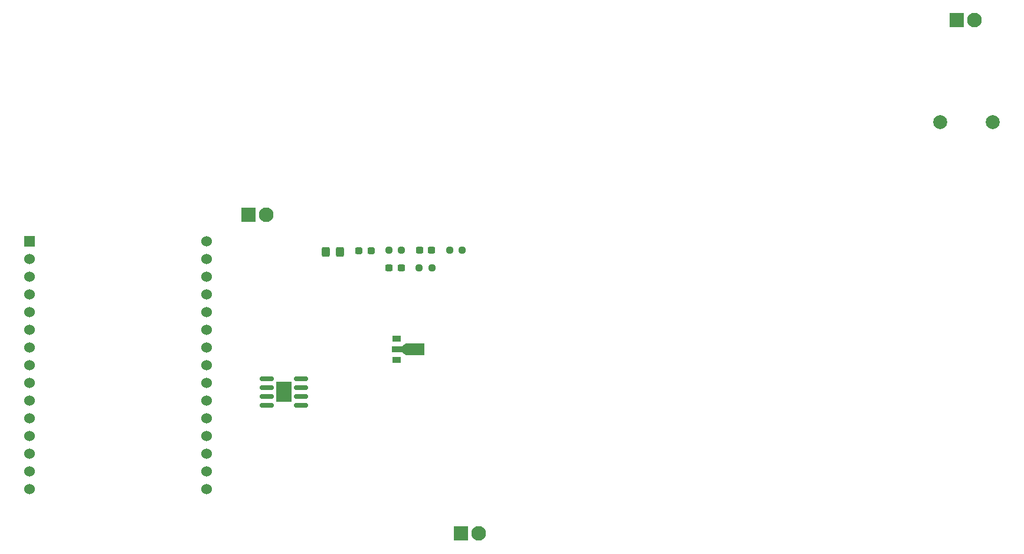
<source format=gbr>
%TF.GenerationSoftware,KiCad,Pcbnew,(6.0.11)*%
%TF.CreationDate,2023-03-07T15:10:14+01:00*%
%TF.ProjectId,ultrasonic speaker,756c7472-6173-46f6-9e69-632073706561,rev?*%
%TF.SameCoordinates,Original*%
%TF.FileFunction,Soldermask,Top*%
%TF.FilePolarity,Negative*%
%FSLAX46Y46*%
G04 Gerber Fmt 4.6, Leading zero omitted, Abs format (unit mm)*
G04 Created by KiCad (PCBNEW (6.0.11)) date 2023-03-07 15:10:14*
%MOMM*%
%LPD*%
G01*
G04 APERTURE LIST*
G04 Aperture macros list*
%AMRoundRect*
0 Rectangle with rounded corners*
0 $1 Rounding radius*
0 $2 $3 $4 $5 $6 $7 $8 $9 X,Y pos of 4 corners*
0 Add a 4 corners polygon primitive as box body*
4,1,4,$2,$3,$4,$5,$6,$7,$8,$9,$2,$3,0*
0 Add four circle primitives for the rounded corners*
1,1,$1+$1,$2,$3*
1,1,$1+$1,$4,$5*
1,1,$1+$1,$6,$7*
1,1,$1+$1,$8,$9*
0 Add four rect primitives between the rounded corners*
20,1,$1+$1,$2,$3,$4,$5,0*
20,1,$1+$1,$4,$5,$6,$7,0*
20,1,$1+$1,$6,$7,$8,$9,0*
20,1,$1+$1,$8,$9,$2,$3,0*%
%AMFreePoly0*
4,1,10,3.862500,-0.866500,1.250843,-0.866500,1.250861,-0.861585,0.725074,-0.450000,-0.737500,-0.450000,-0.737500,0.450000,0.725074,0.450000,1.257139,0.866500,3.862500,0.866500,3.862500,-0.866500,3.862500,-0.866500,$1*%
G04 Aperture macros list end*
%ADD10RoundRect,0.150000X-0.825000X-0.150000X0.825000X-0.150000X0.825000X0.150000X-0.825000X0.150000X0*%
%ADD11R,2.290000X3.000000*%
%ADD12C,2.000000*%
%ADD13R,2.100000X2.100000*%
%ADD14C,2.100000*%
%ADD15R,1.300000X0.900000*%
%ADD16FreePoly0,0.000000*%
%ADD17R,1.524000X1.524000*%
%ADD18C,1.524000*%
%ADD19RoundRect,0.237500X-0.250000X-0.237500X0.250000X-0.237500X0.250000X0.237500X-0.250000X0.237500X0*%
%ADD20RoundRect,0.250000X-0.325000X-0.450000X0.325000X-0.450000X0.325000X0.450000X-0.325000X0.450000X0*%
%ADD21RoundRect,0.237500X-0.287500X-0.237500X0.287500X-0.237500X0.287500X0.237500X-0.287500X0.237500X0*%
%ADD22RoundRect,0.237500X-0.300000X-0.237500X0.300000X-0.237500X0.300000X0.237500X-0.300000X0.237500X0*%
G04 APERTURE END LIST*
D10*
%TO.C,U2*%
X147385000Y-81915000D03*
X147385000Y-83185000D03*
D11*
X149860000Y-83820000D03*
D10*
X147385000Y-84455000D03*
X147385000Y-85725000D03*
X152335000Y-85725000D03*
X152335000Y-84455000D03*
X152335000Y-83185000D03*
X152335000Y-81915000D03*
%TD*%
D12*
%TO.C,LS1*%
X244030000Y-45140000D03*
X251530000Y-45140000D03*
%TD*%
D13*
%TO.C,J3*%
X246380000Y-30480000D03*
D14*
X248920000Y-30480000D03*
%TD*%
D15*
%TO.C,U3*%
X165990000Y-76200000D03*
D16*
X166077500Y-77700000D03*
D15*
X165990000Y-79200000D03*
%TD*%
D17*
%TO.C,U1*%
X113395527Y-62173929D03*
D18*
X113395527Y-64713929D03*
X113395527Y-67253929D03*
X113395527Y-69793929D03*
X113395527Y-72333929D03*
X113395527Y-74873929D03*
X113395527Y-77413929D03*
X113395527Y-79953929D03*
X113395527Y-82493929D03*
X113395527Y-85033929D03*
X113395527Y-87573929D03*
X113395527Y-90113929D03*
X113395527Y-92653929D03*
X113395527Y-95193929D03*
X113395527Y-97733929D03*
X138795527Y-97733929D03*
X138795527Y-95193929D03*
X138795527Y-92653929D03*
X138795527Y-90113929D03*
X138795527Y-87573929D03*
X138795527Y-85033929D03*
X138795527Y-82493929D03*
X138795527Y-79953929D03*
X138795527Y-77413929D03*
X138795527Y-74873929D03*
X138795527Y-72333929D03*
X138795527Y-69793929D03*
X138795527Y-67253929D03*
X138795527Y-64713929D03*
X138795527Y-62173929D03*
%TD*%
D19*
%TO.C,R3*%
X175442500Y-63500000D03*
X173617500Y-63500000D03*
%TD*%
%TO.C,R2*%
X164917500Y-63500000D03*
X166742500Y-63500000D03*
%TD*%
%TO.C,R1*%
X169267500Y-66010000D03*
X171092500Y-66010000D03*
%TD*%
D13*
%TO.C,J2*%
X175260000Y-104140000D03*
D14*
X177800000Y-104140000D03*
%TD*%
D13*
%TO.C,J1*%
X144780000Y-58420000D03*
D14*
X147320000Y-58420000D03*
%TD*%
D20*
%TO.C,D2*%
X155870000Y-63765000D03*
X157920000Y-63765000D03*
%TD*%
D21*
%TO.C,D1*%
X162360000Y-63540000D03*
X160610000Y-63540000D03*
%TD*%
D22*
%TO.C,C2*%
X164967500Y-66010000D03*
X166692500Y-66010000D03*
%TD*%
%TO.C,C1*%
X169317500Y-63500000D03*
X171042500Y-63500000D03*
%TD*%
M02*

</source>
